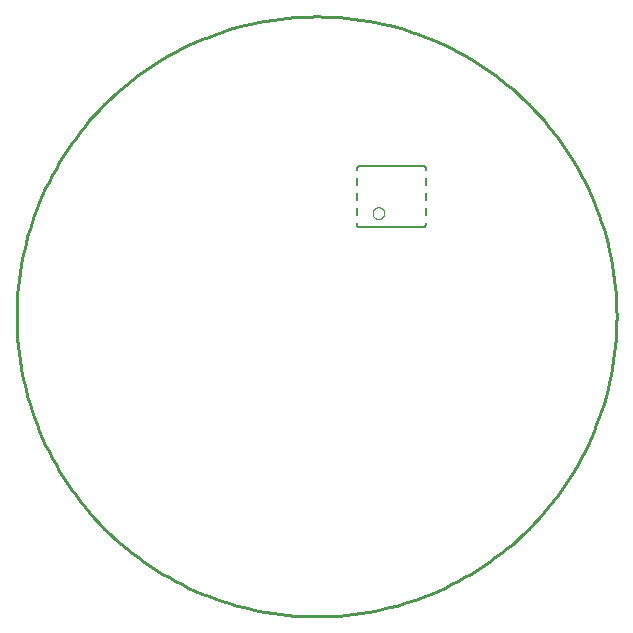
<source format=gbo>
G75*
%MOIN*%
%OFA0B0*%
%FSLAX25Y25*%
%IPPOS*%
%LPD*%
%AMOC8*
5,1,8,0,0,1.08239X$1,22.5*
%
%ADD10C,0.01000*%
%ADD11C,0.00600*%
%ADD12C,0.00200*%
D10*
X0001500Y0101500D02*
X0001530Y0103954D01*
X0001620Y0106407D01*
X0001771Y0108856D01*
X0001982Y0111302D01*
X0002252Y0113741D01*
X0002582Y0116173D01*
X0002972Y0118596D01*
X0003421Y0121009D01*
X0003930Y0123410D01*
X0004497Y0125798D01*
X0005122Y0128171D01*
X0005806Y0130528D01*
X0006547Y0132868D01*
X0007346Y0135189D01*
X0008201Y0137490D01*
X0009112Y0139768D01*
X0010079Y0142024D01*
X0011101Y0144256D01*
X0012178Y0146461D01*
X0013308Y0148640D01*
X0014491Y0150790D01*
X0015727Y0152910D01*
X0017015Y0155000D01*
X0018353Y0157057D01*
X0019742Y0159081D01*
X0021179Y0161070D01*
X0022665Y0163023D01*
X0024199Y0164939D01*
X0025779Y0166817D01*
X0027405Y0168656D01*
X0029075Y0170454D01*
X0030789Y0172211D01*
X0032546Y0173925D01*
X0034344Y0175595D01*
X0036183Y0177221D01*
X0038061Y0178801D01*
X0039977Y0180335D01*
X0041930Y0181821D01*
X0043919Y0183258D01*
X0045943Y0184647D01*
X0048000Y0185985D01*
X0050090Y0187273D01*
X0052210Y0188509D01*
X0054360Y0189692D01*
X0056539Y0190822D01*
X0058744Y0191899D01*
X0060976Y0192921D01*
X0063232Y0193888D01*
X0065510Y0194799D01*
X0067811Y0195654D01*
X0070132Y0196453D01*
X0072472Y0197194D01*
X0074829Y0197878D01*
X0077202Y0198503D01*
X0079590Y0199070D01*
X0081991Y0199579D01*
X0084404Y0200028D01*
X0086827Y0200418D01*
X0089259Y0200748D01*
X0091698Y0201018D01*
X0094144Y0201229D01*
X0096593Y0201380D01*
X0099046Y0201470D01*
X0101500Y0201500D01*
X0103954Y0201470D01*
X0106407Y0201380D01*
X0108856Y0201229D01*
X0111302Y0201018D01*
X0113741Y0200748D01*
X0116173Y0200418D01*
X0118596Y0200028D01*
X0121009Y0199579D01*
X0123410Y0199070D01*
X0125798Y0198503D01*
X0128171Y0197878D01*
X0130528Y0197194D01*
X0132868Y0196453D01*
X0135189Y0195654D01*
X0137490Y0194799D01*
X0139768Y0193888D01*
X0142024Y0192921D01*
X0144256Y0191899D01*
X0146461Y0190822D01*
X0148640Y0189692D01*
X0150790Y0188509D01*
X0152910Y0187273D01*
X0155000Y0185985D01*
X0157057Y0184647D01*
X0159081Y0183258D01*
X0161070Y0181821D01*
X0163023Y0180335D01*
X0164939Y0178801D01*
X0166817Y0177221D01*
X0168656Y0175595D01*
X0170454Y0173925D01*
X0172211Y0172211D01*
X0173925Y0170454D01*
X0175595Y0168656D01*
X0177221Y0166817D01*
X0178801Y0164939D01*
X0180335Y0163023D01*
X0181821Y0161070D01*
X0183258Y0159081D01*
X0184647Y0157057D01*
X0185985Y0155000D01*
X0187273Y0152910D01*
X0188509Y0150790D01*
X0189692Y0148640D01*
X0190822Y0146461D01*
X0191899Y0144256D01*
X0192921Y0142024D01*
X0193888Y0139768D01*
X0194799Y0137490D01*
X0195654Y0135189D01*
X0196453Y0132868D01*
X0197194Y0130528D01*
X0197878Y0128171D01*
X0198503Y0125798D01*
X0199070Y0123410D01*
X0199579Y0121009D01*
X0200028Y0118596D01*
X0200418Y0116173D01*
X0200748Y0113741D01*
X0201018Y0111302D01*
X0201229Y0108856D01*
X0201380Y0106407D01*
X0201470Y0103954D01*
X0201500Y0101500D01*
X0201470Y0099046D01*
X0201380Y0096593D01*
X0201229Y0094144D01*
X0201018Y0091698D01*
X0200748Y0089259D01*
X0200418Y0086827D01*
X0200028Y0084404D01*
X0199579Y0081991D01*
X0199070Y0079590D01*
X0198503Y0077202D01*
X0197878Y0074829D01*
X0197194Y0072472D01*
X0196453Y0070132D01*
X0195654Y0067811D01*
X0194799Y0065510D01*
X0193888Y0063232D01*
X0192921Y0060976D01*
X0191899Y0058744D01*
X0190822Y0056539D01*
X0189692Y0054360D01*
X0188509Y0052210D01*
X0187273Y0050090D01*
X0185985Y0048000D01*
X0184647Y0045943D01*
X0183258Y0043919D01*
X0181821Y0041930D01*
X0180335Y0039977D01*
X0178801Y0038061D01*
X0177221Y0036183D01*
X0175595Y0034344D01*
X0173925Y0032546D01*
X0172211Y0030789D01*
X0170454Y0029075D01*
X0168656Y0027405D01*
X0166817Y0025779D01*
X0164939Y0024199D01*
X0163023Y0022665D01*
X0161070Y0021179D01*
X0159081Y0019742D01*
X0157057Y0018353D01*
X0155000Y0017015D01*
X0152910Y0015727D01*
X0150790Y0014491D01*
X0148640Y0013308D01*
X0146461Y0012178D01*
X0144256Y0011101D01*
X0142024Y0010079D01*
X0139768Y0009112D01*
X0137490Y0008201D01*
X0135189Y0007346D01*
X0132868Y0006547D01*
X0130528Y0005806D01*
X0128171Y0005122D01*
X0125798Y0004497D01*
X0123410Y0003930D01*
X0121009Y0003421D01*
X0118596Y0002972D01*
X0116173Y0002582D01*
X0113741Y0002252D01*
X0111302Y0001982D01*
X0108856Y0001771D01*
X0106407Y0001620D01*
X0103954Y0001530D01*
X0101500Y0001500D01*
X0099046Y0001530D01*
X0096593Y0001620D01*
X0094144Y0001771D01*
X0091698Y0001982D01*
X0089259Y0002252D01*
X0086827Y0002582D01*
X0084404Y0002972D01*
X0081991Y0003421D01*
X0079590Y0003930D01*
X0077202Y0004497D01*
X0074829Y0005122D01*
X0072472Y0005806D01*
X0070132Y0006547D01*
X0067811Y0007346D01*
X0065510Y0008201D01*
X0063232Y0009112D01*
X0060976Y0010079D01*
X0058744Y0011101D01*
X0056539Y0012178D01*
X0054360Y0013308D01*
X0052210Y0014491D01*
X0050090Y0015727D01*
X0048000Y0017015D01*
X0045943Y0018353D01*
X0043919Y0019742D01*
X0041930Y0021179D01*
X0039977Y0022665D01*
X0038061Y0024199D01*
X0036183Y0025779D01*
X0034344Y0027405D01*
X0032546Y0029075D01*
X0030789Y0030789D01*
X0029075Y0032546D01*
X0027405Y0034344D01*
X0025779Y0036183D01*
X0024199Y0038061D01*
X0022665Y0039977D01*
X0021179Y0041930D01*
X0019742Y0043919D01*
X0018353Y0045943D01*
X0017015Y0048000D01*
X0015727Y0050090D01*
X0014491Y0052210D01*
X0013308Y0054360D01*
X0012178Y0056539D01*
X0011101Y0058744D01*
X0010079Y0060976D01*
X0009112Y0063232D01*
X0008201Y0065510D01*
X0007346Y0067811D01*
X0006547Y0070132D01*
X0005806Y0072472D01*
X0005122Y0074829D01*
X0004497Y0077202D01*
X0003930Y0079590D01*
X0003421Y0081991D01*
X0002972Y0084404D01*
X0002582Y0086827D01*
X0002252Y0089259D01*
X0001982Y0091698D01*
X0001771Y0094144D01*
X0001620Y0096593D01*
X0001530Y0099046D01*
X0001500Y0101500D01*
D11*
X0114984Y0132287D02*
X0114984Y0132799D01*
X0114985Y0132248D02*
X0114987Y0132186D01*
X0114993Y0132125D01*
X0115002Y0132064D01*
X0115016Y0132003D01*
X0115033Y0131944D01*
X0115054Y0131886D01*
X0115079Y0131829D01*
X0115107Y0131774D01*
X0115138Y0131721D01*
X0115173Y0131670D01*
X0115211Y0131621D01*
X0115252Y0131574D01*
X0115295Y0131531D01*
X0115342Y0131490D01*
X0115391Y0131452D01*
X0115442Y0131417D01*
X0115495Y0131386D01*
X0115550Y0131358D01*
X0115607Y0131333D01*
X0115665Y0131312D01*
X0115724Y0131295D01*
X0115785Y0131281D01*
X0115846Y0131272D01*
X0115907Y0131266D01*
X0115969Y0131264D01*
X0116008Y0131264D02*
X0136933Y0131264D01*
X0136995Y0131266D01*
X0137056Y0131272D01*
X0137117Y0131281D01*
X0137178Y0131295D01*
X0137237Y0131312D01*
X0137295Y0131333D01*
X0137352Y0131358D01*
X0137407Y0131386D01*
X0137460Y0131417D01*
X0137511Y0131452D01*
X0137560Y0131490D01*
X0137607Y0131531D01*
X0137650Y0131574D01*
X0137691Y0131621D01*
X0137729Y0131670D01*
X0137764Y0131721D01*
X0137795Y0131774D01*
X0137823Y0131829D01*
X0137848Y0131886D01*
X0137869Y0131944D01*
X0137886Y0132003D01*
X0137900Y0132064D01*
X0137909Y0132125D01*
X0137915Y0132186D01*
X0137917Y0132248D01*
X0137917Y0132287D02*
X0137917Y0132799D01*
X0137917Y0135240D02*
X0137917Y0137760D01*
X0137917Y0140240D02*
X0137917Y0142760D01*
X0137917Y0145240D02*
X0137917Y0147760D01*
X0137917Y0150201D02*
X0137917Y0150791D01*
X0137917Y0150752D02*
X0137915Y0150814D01*
X0137909Y0150875D01*
X0137900Y0150936D01*
X0137886Y0150997D01*
X0137869Y0151056D01*
X0137848Y0151114D01*
X0137823Y0151171D01*
X0137795Y0151226D01*
X0137764Y0151279D01*
X0137729Y0151330D01*
X0137691Y0151379D01*
X0137650Y0151426D01*
X0137607Y0151469D01*
X0137560Y0151510D01*
X0137511Y0151548D01*
X0137460Y0151583D01*
X0137407Y0151614D01*
X0137352Y0151642D01*
X0137295Y0151667D01*
X0137237Y0151688D01*
X0137178Y0151705D01*
X0137117Y0151719D01*
X0137056Y0151728D01*
X0136995Y0151734D01*
X0136933Y0151736D01*
X0115969Y0151736D01*
X0115907Y0151734D01*
X0115846Y0151728D01*
X0115785Y0151719D01*
X0115724Y0151705D01*
X0115665Y0151688D01*
X0115607Y0151667D01*
X0115550Y0151642D01*
X0115495Y0151614D01*
X0115442Y0151583D01*
X0115391Y0151548D01*
X0115342Y0151510D01*
X0115295Y0151469D01*
X0115252Y0151426D01*
X0115211Y0151379D01*
X0115173Y0151330D01*
X0115138Y0151279D01*
X0115107Y0151226D01*
X0115079Y0151171D01*
X0115054Y0151114D01*
X0115033Y0151056D01*
X0115016Y0150997D01*
X0115002Y0150936D01*
X0114993Y0150875D01*
X0114987Y0150814D01*
X0114985Y0150752D01*
X0114984Y0150673D02*
X0114984Y0150161D01*
X0114984Y0147760D02*
X0114984Y0145201D01*
X0114984Y0142760D02*
X0114984Y0140201D01*
X0114984Y0137760D02*
X0114984Y0135240D01*
D12*
X0120141Y0135909D02*
X0120143Y0135997D01*
X0120149Y0136085D01*
X0120159Y0136173D01*
X0120173Y0136261D01*
X0120190Y0136347D01*
X0120212Y0136433D01*
X0120237Y0136517D01*
X0120267Y0136601D01*
X0120299Y0136683D01*
X0120336Y0136763D01*
X0120376Y0136842D01*
X0120420Y0136919D01*
X0120467Y0136994D01*
X0120517Y0137066D01*
X0120571Y0137137D01*
X0120627Y0137204D01*
X0120687Y0137270D01*
X0120749Y0137332D01*
X0120815Y0137392D01*
X0120882Y0137448D01*
X0120953Y0137502D01*
X0121025Y0137552D01*
X0121100Y0137599D01*
X0121177Y0137643D01*
X0121256Y0137683D01*
X0121336Y0137720D01*
X0121418Y0137752D01*
X0121502Y0137782D01*
X0121586Y0137807D01*
X0121672Y0137829D01*
X0121758Y0137846D01*
X0121846Y0137860D01*
X0121934Y0137870D01*
X0122022Y0137876D01*
X0122110Y0137878D01*
X0122198Y0137876D01*
X0122286Y0137870D01*
X0122374Y0137860D01*
X0122462Y0137846D01*
X0122548Y0137829D01*
X0122634Y0137807D01*
X0122718Y0137782D01*
X0122802Y0137752D01*
X0122884Y0137720D01*
X0122964Y0137683D01*
X0123043Y0137643D01*
X0123120Y0137599D01*
X0123195Y0137552D01*
X0123267Y0137502D01*
X0123338Y0137448D01*
X0123405Y0137392D01*
X0123471Y0137332D01*
X0123533Y0137270D01*
X0123593Y0137204D01*
X0123649Y0137137D01*
X0123703Y0137066D01*
X0123753Y0136994D01*
X0123800Y0136919D01*
X0123844Y0136842D01*
X0123884Y0136763D01*
X0123921Y0136683D01*
X0123953Y0136601D01*
X0123983Y0136517D01*
X0124008Y0136433D01*
X0124030Y0136347D01*
X0124047Y0136261D01*
X0124061Y0136173D01*
X0124071Y0136085D01*
X0124077Y0135997D01*
X0124079Y0135909D01*
X0124077Y0135821D01*
X0124071Y0135733D01*
X0124061Y0135645D01*
X0124047Y0135557D01*
X0124030Y0135471D01*
X0124008Y0135385D01*
X0123983Y0135301D01*
X0123953Y0135217D01*
X0123921Y0135135D01*
X0123884Y0135055D01*
X0123844Y0134976D01*
X0123800Y0134899D01*
X0123753Y0134824D01*
X0123703Y0134752D01*
X0123649Y0134681D01*
X0123593Y0134614D01*
X0123533Y0134548D01*
X0123471Y0134486D01*
X0123405Y0134426D01*
X0123338Y0134370D01*
X0123267Y0134316D01*
X0123195Y0134266D01*
X0123120Y0134219D01*
X0123043Y0134175D01*
X0122964Y0134135D01*
X0122884Y0134098D01*
X0122802Y0134066D01*
X0122718Y0134036D01*
X0122634Y0134011D01*
X0122548Y0133989D01*
X0122462Y0133972D01*
X0122374Y0133958D01*
X0122286Y0133948D01*
X0122198Y0133942D01*
X0122110Y0133940D01*
X0122022Y0133942D01*
X0121934Y0133948D01*
X0121846Y0133958D01*
X0121758Y0133972D01*
X0121672Y0133989D01*
X0121586Y0134011D01*
X0121502Y0134036D01*
X0121418Y0134066D01*
X0121336Y0134098D01*
X0121256Y0134135D01*
X0121177Y0134175D01*
X0121100Y0134219D01*
X0121025Y0134266D01*
X0120953Y0134316D01*
X0120882Y0134370D01*
X0120815Y0134426D01*
X0120749Y0134486D01*
X0120687Y0134548D01*
X0120627Y0134614D01*
X0120571Y0134681D01*
X0120517Y0134752D01*
X0120467Y0134824D01*
X0120420Y0134899D01*
X0120376Y0134976D01*
X0120336Y0135055D01*
X0120299Y0135135D01*
X0120267Y0135217D01*
X0120237Y0135301D01*
X0120212Y0135385D01*
X0120190Y0135471D01*
X0120173Y0135557D01*
X0120159Y0135645D01*
X0120149Y0135733D01*
X0120143Y0135821D01*
X0120141Y0135909D01*
M02*

</source>
